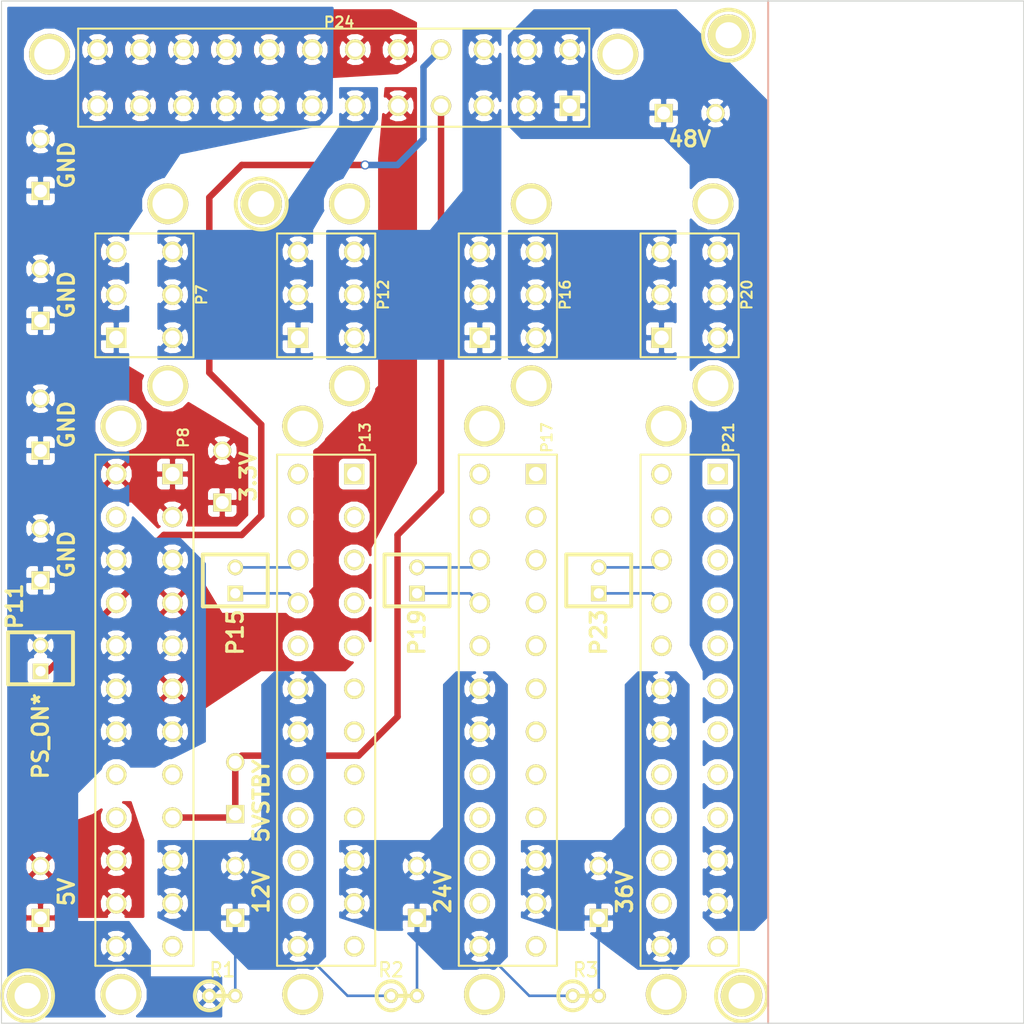
<source format=kicad_pcb>
(kicad_pcb (version 3) (host pcbnew "(2013-07-07 BZR 4022)-stable")
  (layers (15 F.Cu signal) (0 B.Cu signal) (18 B.Paste user) (19 F.Paste user) (20 B.SilkS user) (21 F.SilkS user) (22 B.Mask user) (23 F.Mask user) (28 Edge.Cuts user))
  (net 0 "")
  (net 1 12V)
  (net 2 12V_1)
  (net 3 24V)
  (net 4 24V_1)
  (net 5 3.3V)
  (net 6 36V)
  (net 7 36V_1)
  (net 8 48V)
  (net 9 5V)
  (net 10 5VSTBY)
  (net 11 5V_1)
  (net 12 GND)
  (net 13 N-0000013)
  (net 14 N-0000014)
  (net 15 N-0000015)
  (net 16 N-0000016)
  (net 17 N-0000017)
  (net 18 N-000002)
  (net 19 PS_ON*)
  (module R1 (layer F.Cu) (at 137.16 147.32)
    (fp_text reference R3 (at 0 -2.54) (layer F.SilkS) (effects (font (size 1.397 1.27) (thickness 0.2032))))
    (fp_text value 100K hide)
    (fp_line (start -1.27 0) (end 1.27 0) (layer F.SilkS) (width 0.381))
    (fp_circle (center -1.27 0) (end -0.635 1.27) (layer F.SilkS) (width 0.381))
    (pad 1 thru_hole circle (at -1.27 0) (size 1.397 1.397) (drill 0.8128) (layers *.Cu *.Mask F.SilkS) (net 4 24V_1))
    (pad 2 thru_hole circle (at 1.27 0) (size 1.397 1.397) (drill 0.8128) (layers *.Cu *.Mask F.SilkS) (net 7 36V_1))
  )
  (module R1 (layer F.Cu) (at 119.38 147.32)
    (fp_text reference R2 (at -1.27 -2.54) (layer F.SilkS) (effects (font (size 1.397 1.27) (thickness 0.2032))))
    (fp_text value 100K hide)
    (fp_line (start -1.27 0) (end 1.27 0) (layer F.SilkS) (width 0.381))
    (fp_circle (center -1.27 0) (end -0.635 1.27) (layer F.SilkS) (width 0.381))
    (pad 1 thru_hole circle (at -1.27 0) (size 1.397 1.397) (drill 0.8128) (layers *.Cu *.Mask F.SilkS) (net 2 12V_1))
    (pad 2 thru_hole circle (at 1.27 0) (size 1.397 1.397) (drill 0.8128) (layers *.Cu *.Mask F.SilkS) (net 4 24V_1))
  )
  (module R1 (layer F.Cu) (at 101.6 147.32)
    (fp_text reference R1 (at 0 -2.54) (layer F.SilkS) (effects (font (size 1.397 1.27) (thickness 0.2032))))
    (fp_text value 100K hide)
    (fp_line (start -1.27 0) (end 1.27 0) (layer F.SilkS) (width 0.381))
    (fp_circle (center -1.27 0) (end -0.635 1.27) (layer F.SilkS) (width 0.381))
    (pad 1 thru_hole circle (at -1.27 0) (size 1.397 1.397) (drill 0.8128) (layers *.Cu *.Mask F.SilkS) (net 12 GND))
    (pad 2 thru_hole circle (at 1.27 0) (size 1.397 1.397) (drill 0.8128) (layers *.Cu *.Mask F.SilkS) (net 2 12V_1))
  )
  (module 00_th2x3x4.2mm (layer F.Cu) (at 93.98 78.74 270)
    (fp_text reference P7 (at 0 -5.6007 270) (layer F.SilkS) (effects (font (size 1.016 1.016) (thickness 0.2032))))
    (fp_text value CONN2X3PCP6MB hide)
    (fp_line (start -5.99948 4.8006) (end 6.10108 4.8006) (layer F.SilkS) (width 0.20066))
    (fp_line (start -5.99948 -4.8006) (end 6.10108 -4.8006) (layer F.SilkS) (width 0.20066))
    (fp_line (start -5.99948 -4.8006) (end -5.99948 4.8006) (layer F.SilkS) (width 0.20066))
    (fp_line (start 6.10108 4.8006) (end 6.10108 -4.8006) (layer F.SilkS) (width 0.20066))
    (pad 1 thru_hole rect (at 4.20116 2.75082 270) (size 1.99898 1.99898) (drill 1.39954) (layers *.Cu *.Mask F.SilkS) (net 12 GND))
    (pad 2 thru_hole circle (at 0 2.75082 270) (size 1.99898 1.99898) (drill 1.39954) (layers *.Cu *.Mask F.SilkS) (net 12 GND))
    (pad 3 thru_hole circle (at -4.20116 2.75082 270) (size 1.99898 1.99898) (drill 1.39954) (layers *.Cu *.Mask F.SilkS) (net 12 GND))
    (pad 4 thru_hole circle (at 4.20116 -2.75082 270) (size 1.99898 1.99898) (drill 1.39954) (layers *.Cu *.Mask F.SilkS) (net 1 12V))
    (pad 5 thru_hole circle (at 0 -2.75082 270) (size 1.99898 1.99898) (drill 1.39954) (layers *.Cu *.Mask F.SilkS) (net 1 12V))
    (pad 6 thru_hole circle (at -4.20116 -2.75082 270) (size 1.99898 1.99898) (drill 1.39954) (layers *.Cu *.Mask F.SilkS) (net 1 12V))
    (pad "" thru_hole circle (at 8.90016 -2.29108 270) (size 4.0005 4.0005) (drill 2.99974) (layers *.Cu *.Mask F.SilkS))
    (pad "" thru_hole circle (at -8.90016 -2.29108 270) (size 4.0005 4.0005) (drill 2.99974) (layers *.Cu *.Mask F.SilkS))
  )
  (module 00_th2x3x4.2mm (layer F.Cu) (at 111.76 78.74 270)
    (fp_text reference P12 (at 0 -5.6007 270) (layer F.SilkS) (effects (font (size 1.016 1.016) (thickness 0.2032))))
    (fp_text value CONN2X3PCP6MB hide)
    (fp_line (start -5.99948 4.8006) (end 6.10108 4.8006) (layer F.SilkS) (width 0.20066))
    (fp_line (start -5.99948 -4.8006) (end 6.10108 -4.8006) (layer F.SilkS) (width 0.20066))
    (fp_line (start -5.99948 -4.8006) (end -5.99948 4.8006) (layer F.SilkS) (width 0.20066))
    (fp_line (start 6.10108 4.8006) (end 6.10108 -4.8006) (layer F.SilkS) (width 0.20066))
    (pad 1 thru_hole rect (at 4.20116 2.75082 270) (size 1.99898 1.99898) (drill 1.39954) (layers *.Cu *.Mask F.SilkS) (net 1 12V))
    (pad 2 thru_hole circle (at 0 2.75082 270) (size 1.99898 1.99898) (drill 1.39954) (layers *.Cu *.Mask F.SilkS) (net 1 12V))
    (pad 3 thru_hole circle (at -4.20116 2.75082 270) (size 1.99898 1.99898) (drill 1.39954) (layers *.Cu *.Mask F.SilkS) (net 1 12V))
    (pad 4 thru_hole circle (at 4.20116 -2.75082 270) (size 1.99898 1.99898) (drill 1.39954) (layers *.Cu *.Mask F.SilkS) (net 3 24V))
    (pad 5 thru_hole circle (at 0 -2.75082 270) (size 1.99898 1.99898) (drill 1.39954) (layers *.Cu *.Mask F.SilkS) (net 3 24V))
    (pad 6 thru_hole circle (at -4.20116 -2.75082 270) (size 1.99898 1.99898) (drill 1.39954) (layers *.Cu *.Mask F.SilkS) (net 3 24V))
    (pad "" thru_hole circle (at 8.90016 -2.29108 270) (size 4.0005 4.0005) (drill 2.99974) (layers *.Cu *.Mask F.SilkS))
    (pad "" thru_hole circle (at -8.90016 -2.29108 270) (size 4.0005 4.0005) (drill 2.99974) (layers *.Cu *.Mask F.SilkS))
  )
  (module 00_th2x3x4.2mm (layer F.Cu) (at 129.54 78.74 270)
    (fp_text reference P16 (at 0 -5.6007 270) (layer F.SilkS) (effects (font (size 1.016 1.016) (thickness 0.2032))))
    (fp_text value CONN2X3PCP6MB hide)
    (fp_line (start -5.99948 4.8006) (end 6.10108 4.8006) (layer F.SilkS) (width 0.20066))
    (fp_line (start -5.99948 -4.8006) (end 6.10108 -4.8006) (layer F.SilkS) (width 0.20066))
    (fp_line (start -5.99948 -4.8006) (end -5.99948 4.8006) (layer F.SilkS) (width 0.20066))
    (fp_line (start 6.10108 4.8006) (end 6.10108 -4.8006) (layer F.SilkS) (width 0.20066))
    (pad 1 thru_hole rect (at 4.20116 2.75082 270) (size 1.99898 1.99898) (drill 1.39954) (layers *.Cu *.Mask F.SilkS) (net 3 24V))
    (pad 2 thru_hole circle (at 0 2.75082 270) (size 1.99898 1.99898) (drill 1.39954) (layers *.Cu *.Mask F.SilkS) (net 3 24V))
    (pad 3 thru_hole circle (at -4.20116 2.75082 270) (size 1.99898 1.99898) (drill 1.39954) (layers *.Cu *.Mask F.SilkS) (net 3 24V))
    (pad 4 thru_hole circle (at 4.20116 -2.75082 270) (size 1.99898 1.99898) (drill 1.39954) (layers *.Cu *.Mask F.SilkS) (net 6 36V))
    (pad 5 thru_hole circle (at 0 -2.75082 270) (size 1.99898 1.99898) (drill 1.39954) (layers *.Cu *.Mask F.SilkS) (net 6 36V))
    (pad 6 thru_hole circle (at -4.20116 -2.75082 270) (size 1.99898 1.99898) (drill 1.39954) (layers *.Cu *.Mask F.SilkS) (net 6 36V))
    (pad "" thru_hole circle (at 8.90016 -2.29108 270) (size 4.0005 4.0005) (drill 2.99974) (layers *.Cu *.Mask F.SilkS))
    (pad "" thru_hole circle (at -8.90016 -2.29108 270) (size 4.0005 4.0005) (drill 2.99974) (layers *.Cu *.Mask F.SilkS))
  )
  (module 00_th2x3x4.2mm (layer F.Cu) (at 147.32 78.74 270)
    (fp_text reference P20 (at 0 -5.6007 270) (layer F.SilkS) (effects (font (size 1.016 1.016) (thickness 0.2032))))
    (fp_text value CONN2X3PCP6MB hide)
    (fp_line (start -5.99948 4.8006) (end 6.10108 4.8006) (layer F.SilkS) (width 0.20066))
    (fp_line (start -5.99948 -4.8006) (end 6.10108 -4.8006) (layer F.SilkS) (width 0.20066))
    (fp_line (start -5.99948 -4.8006) (end -5.99948 4.8006) (layer F.SilkS) (width 0.20066))
    (fp_line (start 6.10108 4.8006) (end 6.10108 -4.8006) (layer F.SilkS) (width 0.20066))
    (pad 1 thru_hole rect (at 4.20116 2.75082 270) (size 1.99898 1.99898) (drill 1.39954) (layers *.Cu *.Mask F.SilkS) (net 6 36V))
    (pad 2 thru_hole circle (at 0 2.75082 270) (size 1.99898 1.99898) (drill 1.39954) (layers *.Cu *.Mask F.SilkS) (net 6 36V))
    (pad 3 thru_hole circle (at -4.20116 2.75082 270) (size 1.99898 1.99898) (drill 1.39954) (layers *.Cu *.Mask F.SilkS) (net 6 36V))
    (pad 4 thru_hole circle (at 4.20116 -2.75082 270) (size 1.99898 1.99898) (drill 1.39954) (layers *.Cu *.Mask F.SilkS) (net 8 48V))
    (pad 5 thru_hole circle (at 0 -2.75082 270) (size 1.99898 1.99898) (drill 1.39954) (layers *.Cu *.Mask F.SilkS) (net 8 48V))
    (pad 6 thru_hole circle (at -4.20116 -2.75082 270) (size 1.99898 1.99898) (drill 1.39954) (layers *.Cu *.Mask F.SilkS) (net 8 48V))
    (pad "" thru_hole circle (at 8.90016 -2.29108 270) (size 4.0005 4.0005) (drill 2.99974) (layers *.Cu *.Mask F.SilkS))
    (pad "" thru_hole circle (at -8.90016 -2.29108 270) (size 4.0005 4.0005) (drill 2.99974) (layers *.Cu *.Mask F.SilkS))
  )
  (module 00_th2x12x4.2mm (layer F.Cu) (at 93.98 119.38 90)
    (fp_text reference P8 (at 26.67 3.81 90) (layer F.SilkS) (effects (font (size 1.016 1.016) (thickness 0.2032))))
    (fp_text value CONN2X12PCPWR hide)
    (fp_line (start -25.00122 4.8006) (end 25.00122 4.8006) (layer F.SilkS) (width 0.20066))
    (fp_line (start -25.00122 -4.8006) (end 25.00122 -4.8006) (layer F.SilkS) (width 0.20066))
    (fp_line (start -25.00122 -4.8006) (end -25.00122 4.8006) (layer F.SilkS) (width 0.20066))
    (fp_line (start 25.00122 4.8006) (end 25.00122 -4.8006) (layer F.SilkS) (width 0.20066))
    (pad 1 thru_hole rect (at 23.09876 2.75082 90) (size 1.99898 1.99898) (drill 1.39954) (layers *.Cu *.Mask F.SilkS) (net 5 3.3V))
    (pad 2 thru_hole circle (at 18.90014 2.75082 90) (size 1.99898 1.99898) (drill 1.39954) (layers *.Cu *.Mask F.SilkS) (net 5 3.3V))
    (pad 3 thru_hole circle (at 14.69898 2.75082 90) (size 1.99898 1.99898) (drill 1.39954) (layers *.Cu *.Mask F.SilkS) (net 12 GND))
    (pad 4 thru_hole circle (at 10.50036 2.75082 90) (size 1.99898 1.99898) (drill 1.39954) (layers *.Cu *.Mask F.SilkS) (net 11 5V_1))
    (pad 5 thru_hole circle (at 6.2992 2.75082 90) (size 1.99898 1.99898) (drill 1.39954) (layers *.Cu *.Mask F.SilkS) (net 12 GND))
    (pad 6 thru_hole circle (at 2.10058 2.75082 90) (size 1.99898 1.99898) (drill 1.39954) (layers *.Cu *.Mask F.SilkS) (net 11 5V_1))
    (pad 7 thru_hole circle (at -2.10058 2.75082 90) (size 1.99898 1.99898) (drill 1.39954) (layers *.Cu *.Mask F.SilkS) (net 12 GND))
    (pad 8 thru_hole circle (at -6.2992 2.75082 90) (size 1.99898 1.99898) (drill 1.39954) (layers *.Cu *.Mask F.SilkS))
    (pad 9 thru_hole circle (at -10.50036 2.75082 90) (size 1.99898 1.99898) (drill 1.39954) (layers *.Cu *.Mask F.SilkS) (net 10 5VSTBY))
    (pad 10 thru_hole circle (at -14.69898 2.75082 90) (size 1.99898 1.99898) (drill 1.39954) (layers *.Cu *.Mask F.SilkS) (net 2 12V_1))
    (pad 11 thru_hole circle (at -18.90014 2.75082 90) (size 1.99898 1.99898) (drill 1.39954) (layers *.Cu *.Mask F.SilkS) (net 2 12V_1))
    (pad 12 thru_hole circle (at -23.09876 2.75082 90) (size 1.99898 1.99898) (drill 1.39954) (layers *.Cu *.Mask F.SilkS))
    (pad 13 thru_hole circle (at 23.09876 -2.75082 90) (size 1.99898 1.99898) (drill 1.39954) (layers *.Cu *.Mask F.SilkS) (net 5 3.3V))
    (pad 14 thru_hole circle (at 18.90014 -2.75082 90) (size 1.99898 1.99898) (drill 1.39954) (layers *.Cu *.Mask F.SilkS))
    (pad 15 thru_hole circle (at 14.69898 -2.75082 90) (size 1.99898 1.99898) (drill 1.39954) (layers *.Cu *.Mask F.SilkS) (net 12 GND))
    (pad 16 thru_hole circle (at 10.50036 -2.75082 90) (size 1.99898 1.99898) (drill 1.39954) (layers *.Cu *.Mask F.SilkS) (net 19 PS_ON*))
    (pad 17 thru_hole circle (at 6.2992 -2.75082 90) (size 1.99898 1.99898) (drill 1.39954) (layers *.Cu *.Mask F.SilkS) (net 12 GND))
    (pad 18 thru_hole circle (at 2.10058 -2.75082 90) (size 1.99898 1.99898) (drill 1.39954) (layers *.Cu *.Mask F.SilkS) (net 12 GND))
    (pad 19 thru_hole circle (at -2.10058 -2.75082 90) (size 1.99898 1.99898) (drill 1.39954) (layers *.Cu *.Mask F.SilkS) (net 12 GND))
    (pad 20 thru_hole circle (at -6.2992 -2.75082 90) (size 1.99898 1.99898) (drill 1.39954) (layers *.Cu *.Mask F.SilkS))
    (pad "" thru_hole circle (at 27.8003 -2.29108 90) (size 4.0005 4.0005) (drill 2.99974) (layers *.Cu *.Mask F.SilkS))
    (pad "" thru_hole circle (at -27.8003 -2.29108 90) (size 4.0005 4.0005) (drill 2.99974) (layers *.Cu *.Mask F.SilkS))
    (pad 21 thru_hole circle (at -10.50036 -2.75082 90) (size 1.99898 1.99898) (drill 1.39954) (layers *.Cu *.Mask F.SilkS))
    (pad 22 thru_hole circle (at -14.69898 -2.75082 90) (size 1.99898 1.99898) (drill 1.39954) (layers *.Cu *.Mask F.SilkS) (net 9 5V))
    (pad 23 thru_hole circle (at -18.90014 -2.75082 90) (size 1.99898 1.99898) (drill 1.39954) (layers *.Cu *.Mask F.SilkS) (net 9 5V))
    (pad 24 thru_hole circle (at -23.09876 -2.75082 90) (size 1.99898 1.99898) (drill 1.39954) (layers *.Cu *.Mask F.SilkS) (net 12 GND))
  )
  (module 00_th2x12x4.2mm (layer F.Cu) (at 112.5 57.5)
    (fp_text reference P24 (at 0.53 -5.43) (layer F.SilkS) (effects (font (size 1.016 1.016) (thickness 0.2032))))
    (fp_text value CONN2X12 hide)
    (fp_line (start -25.00122 4.8006) (end 25.00122 4.8006) (layer F.SilkS) (width 0.20066))
    (fp_line (start -25.00122 -4.8006) (end 25.00122 -4.8006) (layer F.SilkS) (width 0.20066))
    (fp_line (start -25.00122 -4.8006) (end -25.00122 4.8006) (layer F.SilkS) (width 0.20066))
    (fp_line (start 25.00122 4.8006) (end 25.00122 -4.8006) (layer F.SilkS) (width 0.20066))
    (pad 1 thru_hole rect (at 23.09876 2.75082) (size 1.99898 1.99898) (drill 1.39954) (layers *.Cu *.Mask F.SilkS) (net 8 48V))
    (pad 2 thru_hole circle (at 18.90014 2.75082) (size 1.99898 1.99898) (drill 1.39954) (layers *.Cu *.Mask F.SilkS) (net 8 48V))
    (pad 3 thru_hole circle (at 14.69898 2.75082) (size 1.99898 1.99898) (drill 1.39954) (layers *.Cu *.Mask F.SilkS) (net 3 24V))
    (pad 4 thru_hole circle (at 10.50036 2.75082) (size 1.99898 1.99898) (drill 1.39954) (layers *.Cu *.Mask F.SilkS) (net 10 5VSTBY))
    (pad 5 thru_hole circle (at 6.2992 2.75082) (size 1.99898 1.99898) (drill 1.39954) (layers *.Cu *.Mask F.SilkS) (net 11 5V_1))
    (pad 6 thru_hole circle (at 2.10058 2.75082) (size 1.99898 1.99898) (drill 1.39954) (layers *.Cu *.Mask F.SilkS) (net 1 12V))
    (pad 7 thru_hole circle (at -2.10058 2.75082) (size 1.99898 1.99898) (drill 1.39954) (layers *.Cu *.Mask F.SilkS) (net 12 GND))
    (pad 8 thru_hole circle (at -6.2992 2.75082) (size 1.99898 1.99898) (drill 1.39954) (layers *.Cu *.Mask F.SilkS) (net 12 GND))
    (pad 9 thru_hole circle (at -10.50036 2.75082) (size 1.99898 1.99898) (drill 1.39954) (layers *.Cu *.Mask F.SilkS) (net 12 GND))
    (pad 10 thru_hole circle (at -14.69898 2.75082) (size 1.99898 1.99898) (drill 1.39954) (layers *.Cu *.Mask F.SilkS) (net 12 GND))
    (pad 11 thru_hole circle (at -18.90014 2.75082) (size 1.99898 1.99898) (drill 1.39954) (layers *.Cu *.Mask F.SilkS) (net 12 GND))
    (pad 12 thru_hole circle (at -23.09876 2.75082) (size 1.99898 1.99898) (drill 1.39954) (layers *.Cu *.Mask F.SilkS) (net 12 GND))
    (pad 13 thru_hole circle (at 23.09876 -2.75082) (size 1.99898 1.99898) (drill 1.39954) (layers *.Cu *.Mask F.SilkS) (net 8 48V))
    (pad 14 thru_hole circle (at 18.90014 -2.75082) (size 1.99898 1.99898) (drill 1.39954) (layers *.Cu *.Mask F.SilkS) (net 8 48V))
    (pad 15 thru_hole circle (at 14.69898 -2.75082) (size 1.99898 1.99898) (drill 1.39954) (layers *.Cu *.Mask F.SilkS) (net 3 24V))
    (pad 16 thru_hole circle (at 10.50036 -2.75082) (size 1.99898 1.99898) (drill 1.39954) (layers *.Cu *.Mask F.SilkS) (net 19 PS_ON*))
    (pad 17 thru_hole circle (at 6.2992 -2.75082) (size 1.99898 1.99898) (drill 1.39954) (layers *.Cu *.Mask F.SilkS) (net 5 3.3V))
    (pad 18 thru_hole circle (at 2.10058 -2.75082) (size 1.99898 1.99898) (drill 1.39954) (layers *.Cu *.Mask F.SilkS) (net 5 3.3V))
    (pad 19 thru_hole circle (at -2.10058 -2.75082) (size 1.99898 1.99898) (drill 1.39954) (layers *.Cu *.Mask F.SilkS) (net 12 GND))
    (pad 20 thru_hole circle (at -6.2992 -2.75082) (size 1.99898 1.99898) (drill 1.39954) (layers *.Cu *.Mask F.SilkS) (net 12 GND))
    (pad "" thru_hole circle (at 27.8003 -2.29108) (size 4.0005 4.0005) (drill 2.99974) (layers *.Cu *.Mask F.SilkS))
    (pad "" thru_hole circle (at -27.8003 -2.29108) (size 4.0005 4.0005) (drill 2.99974) (layers *.Cu *.Mask F.SilkS))
    (pad 21 thru_hole circle (at -10.50036 -2.75082) (size 1.99898 1.99898) (drill 1.39954) (layers *.Cu *.Mask F.SilkS) (net 12 GND))
    (pad 22 thru_hole circle (at -14.69898 -2.75082) (size 1.99898 1.99898) (drill 1.39954) (layers *.Cu *.Mask F.SilkS) (net 12 GND))
    (pad 23 thru_hole circle (at -18.90014 -2.75082) (size 1.99898 1.99898) (drill 1.39954) (layers *.Cu *.Mask F.SilkS) (net 12 GND))
    (pad 24 thru_hole circle (at -23.09876 -2.75082) (size 1.99898 1.99898) (drill 1.39954) (layers *.Cu *.Mask F.SilkS) (net 12 GND))
  )
  (module 00_th2x12x4.2mm (layer F.Cu) (at 111.76 119.38 90)
    (fp_text reference P13 (at 26.67 3.81 90) (layer F.SilkS) (effects (font (size 1.016 1.016) (thickness 0.2032))))
    (fp_text value CONN2X12PCPWR hide)
    (fp_line (start -25.00122 4.8006) (end 25.00122 4.8006) (layer F.SilkS) (width 0.20066))
    (fp_line (start -25.00122 -4.8006) (end 25.00122 -4.8006) (layer F.SilkS) (width 0.20066))
    (fp_line (start -25.00122 -4.8006) (end -25.00122 4.8006) (layer F.SilkS) (width 0.20066))
    (fp_line (start 25.00122 4.8006) (end 25.00122 -4.8006) (layer F.SilkS) (width 0.20066))
    (pad 1 thru_hole rect (at 23.09876 2.75082 90) (size 1.99898 1.99898) (drill 1.39954) (layers *.Cu *.Mask F.SilkS))
    (pad 2 thru_hole circle (at 18.90014 2.75082 90) (size 1.99898 1.99898) (drill 1.39954) (layers *.Cu *.Mask F.SilkS))
    (pad 3 thru_hole circle (at 14.69898 2.75082 90) (size 1.99898 1.99898) (drill 1.39954) (layers *.Cu *.Mask F.SilkS))
    (pad 4 thru_hole circle (at 10.50036 2.75082 90) (size 1.99898 1.99898) (drill 1.39954) (layers *.Cu *.Mask F.SilkS))
    (pad 5 thru_hole circle (at 6.2992 2.75082 90) (size 1.99898 1.99898) (drill 1.39954) (layers *.Cu *.Mask F.SilkS))
    (pad 6 thru_hole circle (at 2.10058 2.75082 90) (size 1.99898 1.99898) (drill 1.39954) (layers *.Cu *.Mask F.SilkS))
    (pad 7 thru_hole circle (at -2.10058 2.75082 90) (size 1.99898 1.99898) (drill 1.39954) (layers *.Cu *.Mask F.SilkS))
    (pad 8 thru_hole circle (at -6.2992 2.75082 90) (size 1.99898 1.99898) (drill 1.39954) (layers *.Cu *.Mask F.SilkS))
    (pad 9 thru_hole circle (at -10.50036 2.75082 90) (size 1.99898 1.99898) (drill 1.39954) (layers *.Cu *.Mask F.SilkS))
    (pad 10 thru_hole circle (at -14.69898 2.75082 90) (size 1.99898 1.99898) (drill 1.39954) (layers *.Cu *.Mask F.SilkS) (net 4 24V_1))
    (pad 11 thru_hole circle (at -18.90014 2.75082 90) (size 1.99898 1.99898) (drill 1.39954) (layers *.Cu *.Mask F.SilkS) (net 4 24V_1))
    (pad 12 thru_hole circle (at -23.09876 2.75082 90) (size 1.99898 1.99898) (drill 1.39954) (layers *.Cu *.Mask F.SilkS))
    (pad 13 thru_hole circle (at 23.09876 -2.75082 90) (size 1.99898 1.99898) (drill 1.39954) (layers *.Cu *.Mask F.SilkS))
    (pad 14 thru_hole circle (at 18.90014 -2.75082 90) (size 1.99898 1.99898) (drill 1.39954) (layers *.Cu *.Mask F.SilkS))
    (pad 15 thru_hole circle (at 14.69898 -2.75082 90) (size 1.99898 1.99898) (drill 1.39954) (layers *.Cu *.Mask F.SilkS) (net 17 N-0000017))
    (pad 16 thru_hole circle (at 10.50036 -2.75082 90) (size 1.99898 1.99898) (drill 1.39954) (layers *.Cu *.Mask F.SilkS) (net 13 N-0000013))
    (pad 17 thru_hole circle (at 6.2992 -2.75082 90) (size 1.99898 1.99898) (drill 1.39954) (layers *.Cu *.Mask F.SilkS))
    (pad 18 thru_hole circle (at 2.10058 -2.75082 90) (size 1.99898 1.99898) (drill 1.39954) (layers *.Cu *.Mask F.SilkS) (net 2 12V_1))
    (pad 19 thru_hole circle (at -2.10058 -2.75082 90) (size 1.99898 1.99898) (drill 1.39954) (layers *.Cu *.Mask F.SilkS) (net 2 12V_1))
    (pad 20 thru_hole circle (at -6.2992 -2.75082 90) (size 1.99898 1.99898) (drill 1.39954) (layers *.Cu *.Mask F.SilkS))
    (pad "" thru_hole circle (at 27.8003 -2.29108 90) (size 4.0005 4.0005) (drill 2.99974) (layers *.Cu *.Mask F.SilkS))
    (pad "" thru_hole circle (at -27.8003 -2.29108 90) (size 4.0005 4.0005) (drill 2.99974) (layers *.Cu *.Mask F.SilkS))
    (pad 21 thru_hole circle (at -10.50036 -2.75082 90) (size 1.99898 1.99898) (drill 1.39954) (layers *.Cu *.Mask F.SilkS))
    (pad 22 thru_hole circle (at -14.69898 -2.75082 90) (size 1.99898 1.99898) (drill 1.39954) (layers *.Cu *.Mask F.SilkS))
    (pad 23 thru_hole circle (at -18.90014 -2.75082 90) (size 1.99898 1.99898) (drill 1.39954) (layers *.Cu *.Mask F.SilkS))
    (pad 24 thru_hole circle (at -23.09876 -2.75082 90) (size 1.99898 1.99898) (drill 1.39954) (layers *.Cu *.Mask F.SilkS) (net 2 12V_1))
  )
  (module 00_th2x12x4.2mm (layer F.Cu) (at 129.54 119.38 90)
    (fp_text reference P17 (at 26.67 3.81 90) (layer F.SilkS) (effects (font (size 1.016 1.016) (thickness 0.2032))))
    (fp_text value CONN2X12PCPWR hide)
    (fp_line (start -25.00122 4.8006) (end 25.00122 4.8006) (layer F.SilkS) (width 0.20066))
    (fp_line (start -25.00122 -4.8006) (end 25.00122 -4.8006) (layer F.SilkS) (width 0.20066))
    (fp_line (start -25.00122 -4.8006) (end -25.00122 4.8006) (layer F.SilkS) (width 0.20066))
    (fp_line (start 25.00122 4.8006) (end 25.00122 -4.8006) (layer F.SilkS) (width 0.20066))
    (pad 1 thru_hole rect (at 23.09876 2.75082 90) (size 1.99898 1.99898) (drill 1.39954) (layers *.Cu *.Mask F.SilkS))
    (pad 2 thru_hole circle (at 18.90014 2.75082 90) (size 1.99898 1.99898) (drill 1.39954) (layers *.Cu *.Mask F.SilkS))
    (pad 3 thru_hole circle (at 14.69898 2.75082 90) (size 1.99898 1.99898) (drill 1.39954) (layers *.Cu *.Mask F.SilkS))
    (pad 4 thru_hole circle (at 10.50036 2.75082 90) (size 1.99898 1.99898) (drill 1.39954) (layers *.Cu *.Mask F.SilkS))
    (pad 5 thru_hole circle (at 6.2992 2.75082 90) (size 1.99898 1.99898) (drill 1.39954) (layers *.Cu *.Mask F.SilkS))
    (pad 6 thru_hole circle (at 2.10058 2.75082 90) (size 1.99898 1.99898) (drill 1.39954) (layers *.Cu *.Mask F.SilkS))
    (pad 7 thru_hole circle (at -2.10058 2.75082 90) (size 1.99898 1.99898) (drill 1.39954) (layers *.Cu *.Mask F.SilkS))
    (pad 8 thru_hole circle (at -6.2992 2.75082 90) (size 1.99898 1.99898) (drill 1.39954) (layers *.Cu *.Mask F.SilkS))
    (pad 9 thru_hole circle (at -10.50036 2.75082 90) (size 1.99898 1.99898) (drill 1.39954) (layers *.Cu *.Mask F.SilkS))
    (pad 10 thru_hole circle (at -14.69898 2.75082 90) (size 1.99898 1.99898) (drill 1.39954) (layers *.Cu *.Mask F.SilkS) (net 7 36V_1))
    (pad 11 thru_hole circle (at -18.90014 2.75082 90) (size 1.99898 1.99898) (drill 1.39954) (layers *.Cu *.Mask F.SilkS) (net 7 36V_1))
    (pad 12 thru_hole circle (at -23.09876 2.75082 90) (size 1.99898 1.99898) (drill 1.39954) (layers *.Cu *.Mask F.SilkS))
    (pad 13 thru_hole circle (at 23.09876 -2.75082 90) (size 1.99898 1.99898) (drill 1.39954) (layers *.Cu *.Mask F.SilkS))
    (pad 14 thru_hole circle (at 18.90014 -2.75082 90) (size 1.99898 1.99898) (drill 1.39954) (layers *.Cu *.Mask F.SilkS))
    (pad 15 thru_hole circle (at 14.69898 -2.75082 90) (size 1.99898 1.99898) (drill 1.39954) (layers *.Cu *.Mask F.SilkS) (net 16 N-0000016))
    (pad 16 thru_hole circle (at 10.50036 -2.75082 90) (size 1.99898 1.99898) (drill 1.39954) (layers *.Cu *.Mask F.SilkS) (net 14 N-0000014))
    (pad 17 thru_hole circle (at 6.2992 -2.75082 90) (size 1.99898 1.99898) (drill 1.39954) (layers *.Cu *.Mask F.SilkS))
    (pad 18 thru_hole circle (at 2.10058 -2.75082 90) (size 1.99898 1.99898) (drill 1.39954) (layers *.Cu *.Mask F.SilkS) (net 4 24V_1))
    (pad 19 thru_hole circle (at -2.10058 -2.75082 90) (size 1.99898 1.99898) (drill 1.39954) (layers *.Cu *.Mask F.SilkS) (net 4 24V_1))
    (pad 20 thru_hole circle (at -6.2992 -2.75082 90) (size 1.99898 1.99898) (drill 1.39954) (layers *.Cu *.Mask F.SilkS))
    (pad "" thru_hole circle (at 27.8003 -2.29108 90) (size 4.0005 4.0005) (drill 2.99974) (layers *.Cu *.Mask F.SilkS))
    (pad "" thru_hole circle (at -27.8003 -2.29108 90) (size 4.0005 4.0005) (drill 2.99974) (layers *.Cu *.Mask F.SilkS))
    (pad 21 thru_hole circle (at -10.50036 -2.75082 90) (size 1.99898 1.99898) (drill 1.39954) (layers *.Cu *.Mask F.SilkS))
    (pad 22 thru_hole circle (at -14.69898 -2.75082 90) (size 1.99898 1.99898) (drill 1.39954) (layers *.Cu *.Mask F.SilkS))
    (pad 23 thru_hole circle (at -18.90014 -2.75082 90) (size 1.99898 1.99898) (drill 1.39954) (layers *.Cu *.Mask F.SilkS))
    (pad 24 thru_hole circle (at -23.09876 -2.75082 90) (size 1.99898 1.99898) (drill 1.39954) (layers *.Cu *.Mask F.SilkS) (net 4 24V_1))
  )
  (module 00_th2x12x4.2mm (layer F.Cu) (at 147.32 119.38 90)
    (fp_text reference P21 (at 26.67 3.81 90) (layer F.SilkS) (effects (font (size 1.016 1.016) (thickness 0.2032))))
    (fp_text value CONN2X12PCPWR hide)
    (fp_line (start -25.00122 4.8006) (end 25.00122 4.8006) (layer F.SilkS) (width 0.20066))
    (fp_line (start -25.00122 -4.8006) (end 25.00122 -4.8006) (layer F.SilkS) (width 0.20066))
    (fp_line (start -25.00122 -4.8006) (end -25.00122 4.8006) (layer F.SilkS) (width 0.20066))
    (fp_line (start 25.00122 4.8006) (end 25.00122 -4.8006) (layer F.SilkS) (width 0.20066))
    (pad 1 thru_hole rect (at 23.09876 2.75082 90) (size 1.99898 1.99898) (drill 1.39954) (layers *.Cu *.Mask F.SilkS))
    (pad 2 thru_hole circle (at 18.90014 2.75082 90) (size 1.99898 1.99898) (drill 1.39954) (layers *.Cu *.Mask F.SilkS))
    (pad 3 thru_hole circle (at 14.69898 2.75082 90) (size 1.99898 1.99898) (drill 1.39954) (layers *.Cu *.Mask F.SilkS))
    (pad 4 thru_hole circle (at 10.50036 2.75082 90) (size 1.99898 1.99898) (drill 1.39954) (layers *.Cu *.Mask F.SilkS))
    (pad 5 thru_hole circle (at 6.2992 2.75082 90) (size 1.99898 1.99898) (drill 1.39954) (layers *.Cu *.Mask F.SilkS))
    (pad 6 thru_hole circle (at 2.10058 2.75082 90) (size 1.99898 1.99898) (drill 1.39954) (layers *.Cu *.Mask F.SilkS))
    (pad 7 thru_hole circle (at -2.10058 2.75082 90) (size 1.99898 1.99898) (drill 1.39954) (layers *.Cu *.Mask F.SilkS))
    (pad 8 thru_hole circle (at -6.2992 2.75082 90) (size 1.99898 1.99898) (drill 1.39954) (layers *.Cu *.Mask F.SilkS))
    (pad 9 thru_hole circle (at -10.50036 2.75082 90) (size 1.99898 1.99898) (drill 1.39954) (layers *.Cu *.Mask F.SilkS))
    (pad 10 thru_hole circle (at -14.69898 2.75082 90) (size 1.99898 1.99898) (drill 1.39954) (layers *.Cu *.Mask F.SilkS) (net 8 48V))
    (pad 11 thru_hole circle (at -18.90014 2.75082 90) (size 1.99898 1.99898) (drill 1.39954) (layers *.Cu *.Mask F.SilkS) (net 8 48V))
    (pad 12 thru_hole circle (at -23.09876 2.75082 90) (size 1.99898 1.99898) (drill 1.39954) (layers *.Cu *.Mask F.SilkS))
    (pad 13 thru_hole circle (at 23.09876 -2.75082 90) (size 1.99898 1.99898) (drill 1.39954) (layers *.Cu *.Mask F.SilkS))
    (pad 14 thru_hole circle (at 18.90014 -2.75082 90) (size 1.99898 1.99898) (drill 1.39954) (layers *.Cu *.Mask F.SilkS))
    (pad 15 thru_hole circle (at 14.69898 -2.75082 90) (size 1.99898 1.99898) (drill 1.39954) (layers *.Cu *.Mask F.SilkS) (net 18 N-000002))
    (pad 16 thru_hole circle (at 10.50036 -2.75082 90) (size 1.99898 1.99898) (drill 1.39954) (layers *.Cu *.Mask F.SilkS) (net 15 N-0000015))
    (pad 17 thru_hole circle (at 6.2992 -2.75082 90) (size 1.99898 1.99898) (drill 1.39954) (layers *.Cu *.Mask F.SilkS))
    (pad 18 thru_hole circle (at 2.10058 -2.75082 90) (size 1.99898 1.99898) (drill 1.39954) (layers *.Cu *.Mask F.SilkS) (net 7 36V_1))
    (pad 19 thru_hole circle (at -2.10058 -2.75082 90) (size 1.99898 1.99898) (drill 1.39954) (layers *.Cu *.Mask F.SilkS) (net 7 36V_1))
    (pad 20 thru_hole circle (at -6.2992 -2.75082 90) (size 1.99898 1.99898) (drill 1.39954) (layers *.Cu *.Mask F.SilkS))
    (pad "" thru_hole circle (at 27.8003 -2.29108 90) (size 4.0005 4.0005) (drill 2.99974) (layers *.Cu *.Mask F.SilkS))
    (pad "" thru_hole circle (at -27.8003 -2.29108 90) (size 4.0005 4.0005) (drill 2.99974) (layers *.Cu *.Mask F.SilkS))
    (pad 21 thru_hole circle (at -10.50036 -2.75082 90) (size 1.99898 1.99898) (drill 1.39954) (layers *.Cu *.Mask F.SilkS))
    (pad 22 thru_hole circle (at -14.69898 -2.75082 90) (size 1.99898 1.99898) (drill 1.39954) (layers *.Cu *.Mask F.SilkS))
    (pad 23 thru_hole circle (at -18.90014 -2.75082 90) (size 1.99898 1.99898) (drill 1.39954) (layers *.Cu *.Mask F.SilkS))
    (pad 24 thru_hole circle (at -23.09876 -2.75082 90) (size 1.99898 1.99898) (drill 1.39954) (layers *.Cu *.Mask F.SilkS) (net 7 36V_1))
  )
  (module 00_th1x2x200 (layer F.Cu) (at 83.82 137.16 90)
    (fp_text reference P6 hide)
    (fp_text value SPADE_187 hide)
    (pad 1 thru_hole rect (at -2.54 0 90) (size 1.778 1.778) (drill 1.27) (layers *.Cu *.Mask F.SilkS) (net 9 5V))
    (pad 2 thru_hole circle (at 2.54 0 90) (size 1.778 1.778) (drill 1.27) (layers *.Cu *.Mask F.SilkS) (net 9 5V))
  )
  (module 00_th1x2x200 (layer F.Cu) (at 147.32 60.96)
    (fp_text reference P22 hide)
    (fp_text value SPADE_187 hide)
    (pad 1 thru_hole rect (at -2.54 0) (size 1.778 1.778) (drill 1.27) (layers *.Cu *.Mask F.SilkS) (net 8 48V))
    (pad 2 thru_hole circle (at 2.54 0) (size 1.778 1.778) (drill 1.27) (layers *.Cu *.Mask F.SilkS) (net 8 48V))
  )
  (module 00_th1x2x200 (layer F.Cu) (at 138.43 137.16 90)
    (fp_text reference P18 hide)
    (fp_text value SPADE_187 hide)
    (pad 1 thru_hole rect (at -2.54 0 90) (size 1.778 1.778) (drill 1.27) (layers *.Cu *.Mask F.SilkS) (net 7 36V_1))
    (pad 2 thru_hole circle (at 2.54 0 90) (size 1.778 1.778) (drill 1.27) (layers *.Cu *.Mask F.SilkS) (net 7 36V_1))
  )
  (module 00_th1x2x200 (layer F.Cu) (at 102.87 127 90)
    (fp_text reference P5 hide)
    (fp_text value SPADE_187 hide)
    (pad 1 thru_hole rect (at -2.54 0 90) (size 1.778 1.778) (drill 1.27) (layers *.Cu *.Mask F.SilkS) (net 10 5VSTBY))
    (pad 2 thru_hole circle (at 2.54 0 90) (size 1.778 1.778) (drill 1.27) (layers *.Cu *.Mask F.SilkS) (net 10 5VSTBY))
  )
  (module 00_th1x2x200 (layer F.Cu) (at 101.6 96.52 90)
    (fp_text reference P10 hide)
    (fp_text value SPADE_187 hide)
    (pad 1 thru_hole rect (at -2.54 0 90) (size 1.778 1.778) (drill 1.27) (layers *.Cu *.Mask F.SilkS) (net 5 3.3V))
    (pad 2 thru_hole circle (at 2.54 0 90) (size 1.778 1.778) (drill 1.27) (layers *.Cu *.Mask F.SilkS) (net 5 3.3V))
  )
  (module 00_th1x2x200 (layer F.Cu) (at 83.82 91.44 90)
    (fp_text reference P1 hide)
    (fp_text value SPADE_187 hide)
    (pad 1 thru_hole rect (at -2.54 0 90) (size 1.778 1.778) (drill 1.27) (layers *.Cu *.Mask F.SilkS) (net 12 GND))
    (pad 2 thru_hole circle (at 2.54 0 90) (size 1.778 1.778) (drill 1.27) (layers *.Cu *.Mask F.SilkS) (net 12 GND))
  )
  (module 00_th1x2x200 (layer F.Cu) (at 83.82 66.04 90)
    (fp_text reference P4 hide)
    (fp_text value SPADE_187 hide)
    (pad 1 thru_hole rect (at -2.54 0 90) (size 1.778 1.778) (drill 1.27) (layers *.Cu *.Mask F.SilkS) (net 12 GND))
    (pad 2 thru_hole circle (at 2.54 0 90) (size 1.778 1.778) (drill 1.27) (layers *.Cu *.Mask F.SilkS) (net 12 GND))
  )
  (module 00_th1x2x200 (layer F.Cu) (at 83.82 104.14 90)
    (fp_text reference P3 hide)
    (fp_text value SPADE_187 hide)
    (pad 1 thru_hole rect (at -2.54 0 90) (size 1.778 1.778) (drill 1.27) (layers *.Cu *.Mask F.SilkS) (net 12 GND))
    (pad 2 thru_hole circle (at 2.54 0 90) (size 1.778 1.778) (drill 1.27) (layers *.Cu *.Mask F.SilkS) (net 12 GND))
  )
  (module 00_th1x2x200 (layer F.Cu) (at 83.82 78.74 90)
    (fp_text reference P2 hide)
    (fp_text value SPADE_187 hide)
    (pad 1 thru_hole rect (at -2.54 0 90) (size 1.778 1.778) (drill 1.27) (layers *.Cu *.Mask F.SilkS) (net 12 GND))
    (pad 2 thru_hole circle (at 2.54 0 90) (size 1.778 1.778) (drill 1.27) (layers *.Cu *.Mask F.SilkS) (net 12 GND))
  )
  (module 00_th1x2x200 (layer F.Cu) (at 102.87 137.16 90)
    (fp_text reference P9 hide)
    (fp_text value SPADE_187 hide)
    (pad 1 thru_hole rect (at -2.54 0 90) (size 1.778 1.778) (drill 1.27) (layers *.Cu *.Mask F.SilkS) (net 2 12V_1))
    (pad 2 thru_hole circle (at 2.54 0 90) (size 1.778 1.778) (drill 1.27) (layers *.Cu *.Mask F.SilkS) (net 2 12V_1))
  )
  (module 00_th1x2x200 (layer F.Cu) (at 120.65 137.16 90)
    (fp_text reference P14 hide)
    (fp_text value SPADE_187 hide)
    (pad 1 thru_hole rect (at -2.54 0 90) (size 1.778 1.778) (drill 1.27) (layers *.Cu *.Mask F.SilkS) (net 4 24V_1))
    (pad 2 thru_hole circle (at 2.54 0 90) (size 1.778 1.778) (drill 1.27) (layers *.Cu *.Mask F.SilkS) (net 4 24V_1))
  )
  (module 00_th1x2x100-lock (layer F.Cu) (at 83.82 114.3 90)
    (fp_text reference P11 (at 5.08 -2.54 90) (layer F.SilkS) (effects (font (size 1.524 1.524) (thickness 0.3048))))
    (fp_text value CONN_2 hide)
    (fp_line (start -2.54 -3.175) (end 2.54 -3.175) (layer F.SilkS) (width 0.381))
    (fp_line (start 2.54 -3.175) (end 2.54 3.175) (layer F.SilkS) (width 0.381))
    (fp_line (start 2.54 3.175) (end -2.54 3.175) (layer F.SilkS) (width 0.381))
    (fp_line (start -2.54 3.175) (end -2.54 -3.175) (layer F.SilkS) (width 0.381))
    (pad 1 thru_hole rect (at -1.27 0 90) (size 1.524 1.524) (drill 1.00076) (layers *.Cu *.Mask F.SilkS) (net 19 PS_ON*))
    (pad 2 thru_hole circle (at 1.27 0 90) (size 1.524 1.524) (drill 1.00076) (layers *.Cu *.Mask F.SilkS) (net 12 GND))
  )
  (module 00_th1x2x100-lock (layer F.Cu) (at 102.87 106.68 90)
    (fp_text reference P15 (at -5.08 0 90) (layer F.SilkS) (effects (font (size 1.524 1.524) (thickness 0.3048))))
    (fp_text value CONN_2 hide)
    (fp_line (start -2.54 -3.175) (end 2.54 -3.175) (layer F.SilkS) (width 0.381))
    (fp_line (start 2.54 -3.175) (end 2.54 3.175) (layer F.SilkS) (width 0.381))
    (fp_line (start 2.54 3.175) (end -2.54 3.175) (layer F.SilkS) (width 0.381))
    (fp_line (start -2.54 3.175) (end -2.54 -3.175) (layer F.SilkS) (width 0.381))
    (pad 1 thru_hole rect (at -1.27 0 90) (size 1.524 1.524) (drill 1.00076) (layers *.Cu *.Mask F.SilkS) (net 13 N-0000013))
    (pad 2 thru_hole circle (at 1.27 0 90) (size 1.524 1.524) (drill 1.00076) (layers *.Cu *.Mask F.SilkS) (net 17 N-0000017))
  )
  (module 00_th1x2x100-lock (layer F.Cu) (at 120.65 106.68 90)
    (fp_text reference P19 (at -5.08 0 90) (layer F.SilkS) (effects (font (size 1.524 1.524) (thickness 0.3048))))
    (fp_text value CONN_2 hide)
    (fp_line (start -2.54 -3.175) (end 2.54 -3.175) (layer F.SilkS) (width 0.381))
    (fp_line (start 2.54 -3.175) (end 2.54 3.175) (layer F.SilkS) (width 0.381))
    (fp_line (start 2.54 3.175) (end -2.54 3.175) (layer F.SilkS) (width 0.381))
    (fp_line (start -2.54 3.175) (end -2.54 -3.175) (layer F.SilkS) (width 0.381))
    (pad 1 thru_hole rect (at -1.27 0 90) (size 1.524 1.524) (drill 1.00076) (layers *.Cu *.Mask F.SilkS) (net 14 N-0000014))
    (pad 2 thru_hole circle (at 1.27 0 90) (size 1.524 1.524) (drill 1.00076) (layers *.Cu *.Mask F.SilkS) (net 16 N-0000016))
  )
  (module 00_th1x2x100-lock (layer F.Cu) (at 138.43 106.68 90)
    (fp_text reference P23 (at -5.08 0 90) (layer F.SilkS) (effects (font (size 1.524 1.524) (thickness 0.3048))))
    (fp_text value CONN_2 hide)
    (fp_line (start -2.54 -3.175) (end 2.54 -3.175) (layer F.SilkS) (width 0.381))
    (fp_line (start 2.54 -3.175) (end 2.54 3.175) (layer F.SilkS) (width 0.381))
    (fp_line (start 2.54 3.175) (end -2.54 3.175) (layer F.SilkS) (width 0.381))
    (fp_line (start -2.54 3.175) (end -2.54 -3.175) (layer F.SilkS) (width 0.381))
    (pad 1 thru_hole rect (at -1.27 0 90) (size 1.524 1.524) (drill 1.00076) (layers *.Cu *.Mask F.SilkS) (net 15 N-0000015))
    (pad 2 thru_hole circle (at 1.27 0 90) (size 1.524 1.524) (drill 1.00076) (layers *.Cu *.Mask F.SilkS) (net 18 N-000002))
  )
  (module 00_mtg_hole-2-56 (layer F.Cu) (at 82.55 147.32)
    (fp_text reference P25 hide)
    (fp_text value TST hide)
    (fp_circle (center 0 0) (end -2.49936 0) (layer F.SilkS) (width 0.381))
    (pad 1 thru_hole circle (at 0 0) (size 4.064 4.064) (drill 2.54) (layers *.Cu *.Mask F.SilkS))
  )
  (module 00_mtg_hole-2-56 (layer F.Cu) (at 152.4 147.32)
    (fp_text reference P26 hide)
    (fp_text value TST hide)
    (fp_circle (center 0 0) (end -2.49936 0) (layer F.SilkS) (width 0.381))
    (pad 1 thru_hole circle (at 0 0) (size 4.064 4.064) (drill 2.54) (layers *.Cu *.Mask F.SilkS))
  )
  (module 00_mtg_hole-2-56 (layer F.Cu) (at 105.41 69.85)
    (fp_text reference P27 hide)
    (fp_text value TST hide)
    (fp_circle (center 0 0) (end -2.49936 0) (layer F.SilkS) (width 0.381))
    (pad 1 thru_hole circle (at 0 0) (size 4.064 4.064) (drill 2.54) (layers *.Cu *.Mask F.SilkS))
  )
  (module 00_mtg_hole-2-56 (layer F.Cu) (at 151.13 53.34)
    (fp_text reference P28 hide)
    (fp_text value TST hide)
    (fp_circle (center 0 0) (end -2.49936 0) (layer F.SilkS) (width 0.381))
    (pad 1 thru_hole circle (at 0 0) (size 4.064 4.064) (drill 2.54) (layers *.Cu *.Mask F.SilkS))
  )
  (target plus (at 82.55 147.32) (size 0.005) (width 0.1) (layer Edge.Cuts))
  (gr_text 3.3V (at 104.14 96.52 90) (layer F.SilkS) (effects (font (size 1.5 1.5) (thickness 0.3))))
  (gr_text 36V (at 140.97 137.16 90) (layer F.SilkS) (effects (font (size 1.5 1.5) (thickness 0.3))))
  (gr_text 24V (at 123.19 137.16 90) (layer F.SilkS) (effects (font (size 1.5 1.5) (thickness 0.3))))
  (gr_text 5VSTBY (at 105.41 128.27 90) (layer F.SilkS) (effects (font (size 1.5 1.5) (thickness 0.3))))
  (gr_text 12V (at 105.41 137.16 90) (layer F.SilkS) (effects (font (size 1.5 1.5) (thickness 0.3))))
  (gr_text 5V (at 86.36 137.16 90) (layer F.SilkS) (effects (font (size 1.5 1.5) (thickness 0.3))))
  (gr_text 48V (at 147.32 63.5) (layer F.SilkS) (effects (font (size 1.5 1.5) (thickness 0.3))))
  (gr_text GND (at 86.36 66.04 90) (layer F.SilkS) (effects (font (size 1.5 1.5) (thickness 0.3))))
  (gr_text GND (at 86.36 78.74 90) (layer F.SilkS) (effects (font (size 1.5 1.5) (thickness 0.3))))
  (gr_text GND (at 86.36 91.44 90) (layer F.SilkS) (effects (font (size 1.5 1.5) (thickness 0.3))))
  (gr_text GND (at 86.36 104.14 90) (layer F.SilkS) (effects (font (size 1.5 1.5) (thickness 0.3))))
  (gr_text PS_ON* (at 83.82 121.92 90) (layer F.SilkS) (effects (font (size 1.5 1.5) (thickness 0.3))))
  (gr_line (start 155 50) (end 155 150) (angle 90) (layer B.SilkS) (width 0.2))
  (gr_line (start 180 50) (end 80 50) (angle 90) (layer Edge.Cuts) (width 0.1))
  (gr_line (start 180 150) (end 180 50) (angle 90) (layer Edge.Cuts) (width 0.1))
  (gr_line (start 80 150) (end 180 150) (angle 90) (layer Edge.Cuts) (width 0.1))
  (gr_line (start 80 50) (end 80 150) (angle 90) (layer Edge.Cuts) (width 0.1))
  (segment (start 102.87 139.7) (end 102.87 147.32) (width 0.254) (layer B.Cu) (net 2))
  (segment (start 109.00918 142.47876) (end 113.85042 147.32) (width 0.254) (layer B.Cu) (net 2))
  (segment (start 113.85042 147.32) (end 118.11 147.32) (width 0.254) (layer B.Cu) (net 2))
  (segment (start 120.65 139.7) (end 120.65 147.32) (width 0.254) (layer B.Cu) (net 4))
  (segment (start 126.78918 142.47876) (end 131.63042 147.32) (width 0.254) (layer B.Cu) (net 4))
  (segment (start 131.63042 147.32) (end 135.89 147.32) (width 0.254) (layer B.Cu) (net 4))
  (segment (start 138.43 139.7) (end 138.43 147.32) (width 0.254) (layer B.Cu) (net 7))
  (segment (start 102.87 124.46) (end 103.505 123.825) (width 0.635) (layer F.Cu) (net 10))
  (segment (start 123.00036 97.97964) (end 123.00036 60.25082) (width 0.635) (layer F.Cu) (net 10))
  (segment (start 118.745 102.235) (end 123.00036 97.97964) (width 0.635) (layer F.Cu) (net 10))
  (segment (start 118.745 120.015) (end 118.745 102.235) (width 0.635) (layer F.Cu) (net 10))
  (segment (start 114.935 123.825) (end 118.745 120.015) (width 0.635) (layer F.Cu) (net 10))
  (segment (start 103.505 123.825) (end 114.935 123.825) (width 0.635) (layer F.Cu) (net 10))
  (segment (start 102.87 129.54) (end 102.87 124.46) (width 0.635) (layer F.Cu) (net 10))
  (segment (start 96.73082 129.88036) (end 102.52964 129.88036) (width 0.635) (layer F.Cu) (net 10))
  (segment (start 102.52964 129.88036) (end 102.87 129.54) (width 0.635) (layer F.Cu) (net 10))
  (segment (start 102.87 107.95) (end 108.07954 107.95) (width 0.254) (layer B.Cu) (net 13))
  (segment (start 108.07954 107.95) (end 109.00918 108.87964) (width 0.254) (layer B.Cu) (net 13))
  (segment (start 120.65 107.95) (end 125.85954 107.95) (width 0.254) (layer B.Cu) (net 14))
  (segment (start 125.85954 107.95) (end 126.78918 108.87964) (width 0.254) (layer B.Cu) (net 14))
  (segment (start 138.43 107.95) (end 143.63954 107.95) (width 0.254) (layer B.Cu) (net 15))
  (segment (start 143.63954 107.95) (end 144.56918 108.87964) (width 0.254) (layer B.Cu) (net 15))
  (segment (start 120.65 105.41) (end 126.0602 105.41) (width 0.254) (layer B.Cu) (net 16))
  (segment (start 126.0602 105.41) (end 126.78918 104.68102) (width 0.254) (layer B.Cu) (net 16))
  (segment (start 102.87 105.41) (end 108.2802 105.41) (width 0.254) (layer B.Cu) (net 17))
  (segment (start 108.2802 105.41) (end 109.00918 104.68102) (width 0.254) (layer B.Cu) (net 17))
  (segment (start 138.43 105.41) (end 143.8402 105.41) (width 0.254) (layer B.Cu) (net 18))
  (segment (start 143.8402 105.41) (end 144.56918 104.68102) (width 0.254) (layer B.Cu) (net 18))
  (segment (start 100.33 69.215) (end 103.505 66.04) (width 0.635) (layer F.Cu) (net 19))
  (segment (start 103.505 66.04) (end 115.57 66.04) (width 0.635) (layer F.Cu) (net 19))
  (via (at 115.57 66.04) (size 0.889) (layers F.Cu B.Cu) (net 19))
  (segment (start 115.57 66.04) (end 118.745 66.04) (width 0.635) (layer B.Cu) (net 19))
  (segment (start 118.745 66.04) (end 121.285 63.5) (width 0.635) (layer B.Cu) (net 19))
  (segment (start 121.285 63.5) (end 121.285 56.46454) (width 0.635) (layer B.Cu) (net 19))
  (segment (start 121.285 56.46454) (end 123.00036 54.74918) (width 0.635) (layer B.Cu) (net 19))
  (segment (start 105.41 91.44) (end 100.33 86.36) (width 0.635) (layer F.Cu) (net 19))
  (segment (start 100.33 86.36) (end 100.33 69.215) (width 0.635) (layer F.Cu) (net 19))
  (segment (start 91.22918 108.87964) (end 93.98 106.12882) (width 0.635) (layer F.Cu) (net 19))
  (segment (start 105.41 100.33) (end 105.41 91.44) (width 0.635) (layer F.Cu) (net 19))
  (segment (start 103.505 102.235) (end 105.41 100.33) (width 0.635) (layer F.Cu) (net 19))
  (segment (start 95.885 102.235) (end 103.505 102.235) (width 0.635) (layer F.Cu) (net 19))
  (segment (start 93.98 104.14) (end 95.885 102.235) (width 0.635) (layer F.Cu) (net 19))
  (segment (start 93.98 106.12882) (end 93.98 104.14) (width 0.635) (layer F.Cu) (net 19))
  (segment (start 83.82 115.57) (end 84.53882 115.57) (width 0.254) (layer F.Cu) (net 19))
  (segment (start 84.53882 115.57) (end 91.22918 108.87964) (width 0.635) (layer F.Cu) (net 19))
  (zone (net 12) (net_name GND) (layer B.Cu) (connect_pads (clearance 0.508)) (min_thickness 0.254) (fill (arc_segments 16) (thermal_gap 0.508) (thermal_bridge_width 0.508))
    (polygon (pts (xy 111.125 62.23) (xy 97.5 65) (xy 92.5 72.5) (xy 92.5 100) (xy 95 102.5) (xy 97.5 102.5) (xy 100 105) (xy 100 122.5) (xy 95 125) (xy 90 125) (xy 87.5 127.5) (xy 87.5 140) (xy 92.5 140) (xy 94.615 142.875) (xy 94.615 145.415) (xy 101.6 145.415) (xy 101.6 149.86) (xy 80 150) (xy 80 50) (xy 112.5 50) (xy 112.395 60.96)))
  )
  (zone (net 1) (net_name 12V) (layer B.Cu) (connect_pads (clearance 0.508)) (min_thickness 0.254) (fill (arc_segments 16) (thermal_gap 0.508) (thermal_bridge_width 0.508))
    (polygon (pts (xy 110.49 85.09) (xy 95.25 85.09) (xy 95.25 72.39) (xy 106.045 72.39) (xy 113.03 62.23) (xy 113.03 58.42) (xy 116.84 58.42) (xy 116.84 61.595) (xy 110.49 72.39)))
  )
  (zone (net 3) (net_name 24V) (layer B.Cu) (connect_pads (clearance 0.508)) (min_thickness 0.254) (fill (arc_segments 16) (thermal_gap 0.508) (thermal_bridge_width 0.508))
    (polygon (pts (xy 128.905 85.09) (xy 111.76 85.09) (xy 111.76 72.39) (xy 121.92 72.39) (xy 125.095 68.58) (xy 125.095 52.705) (xy 128.905 52.705)))
  )
  (zone (net 6) (net_name 36V) (layer B.Cu) (connect_pads (clearance 0.508)) (min_thickness 0.254) (fill (arc_segments 16) (thermal_gap 0.508) (thermal_bridge_width 0.508))
    (polygon (pts (xy 146.05 85.09) (xy 129.54 85.09) (xy 129.54 72.39) (xy 146.05 72.39)))
  )
  (zone (net 2) (net_name 12V_1) (layer B.Cu) (connect_pads (clearance 0.508)) (min_thickness 0.254) (fill (arc_segments 16) (thermal_gap 0.508) (thermal_bridge_width 0.508))
    (polygon (pts (xy 111.76 143.51) (xy 110.49 144.78) (xy 104.14 144.78) (xy 100.33 140.97) (xy 97.79 140.97) (xy 95.25 139.7) (xy 95.25 132.08) (xy 104.14 132.08) (xy 105.41 130.81) (xy 105.41 116.84) (xy 106.68 115.57) (xy 110.49 115.57) (xy 111.76 116.84)))
  )
  (zone (net 4) (net_name 24V_1) (layer B.Cu) (connect_pads (clearance 0.508)) (min_thickness 0.254) (fill (arc_segments 16) (thermal_gap 0.508) (thermal_bridge_width 0.508))
    (polygon (pts (xy 129.54 143.51) (xy 128.27 144.78) (xy 123.19 144.78) (xy 119.38 140.97) (xy 116.84 140.97) (xy 113.03 139.7) (xy 113.03 132.08) (xy 121.92 132.08) (xy 123.19 130.81) (xy 123.19 116.84) (xy 124.46 115.57) (xy 128.27 115.57) (xy 129.54 116.84)))
  )
  (zone (net 7) (net_name 36V_1) (layer B.Cu) (connect_pads (clearance 0.508)) (min_thickness 0.254) (fill (arc_segments 16) (thermal_gap 0.508) (thermal_bridge_width 0.508))
    (polygon (pts (xy 147.32 143.51) (xy 146.05 144.78) (xy 142.24 144.78) (xy 137.16 140.97) (xy 134.62 140.97) (xy 130.81 139.7) (xy 130.81 132.08) (xy 139.7 132.08) (xy 140.97 130.81) (xy 140.97 116.84) (xy 142.24 115.57) (xy 146.05 115.57) (xy 147.32 116.84)))
  )
  (zone (net 8) (net_name 48V) (layer B.Cu) (connect_pads (clearance 0.508)) (min_thickness 0.254) (fill (arc_segments 16) (thermal_gap 0.508) (thermal_bridge_width 0.508))
    (polygon (pts (xy 129.54 53.34) (xy 129.54 62.23) (xy 130.81 63.5) (xy 144.78 63.5) (xy 147.32 66.04) (xy 147.32 113.03) (xy 148.59 115.57) (xy 148.59 139.7) (xy 149.86 140.97) (xy 153.67 140.97) (xy 154.94 139.7) (xy 154.94 59.69) (xy 146.05 50.8) (xy 132.08 50.8) (xy 129.54 53.34)))
  )
  (zone (net 5) (net_name 3.3V) (layer F.Cu) (connect_pads (clearance 0.508)) (min_thickness 0.254) (fill (arc_segments 16) (thermal_gap 0.508) (thermal_bridge_width 0.508))
    (polygon (pts (xy 104.14 92.71) (xy 104.14 100.33) (xy 102.87 101.6) (xy 95.25 101.6) (xy 92.71 99.06) (xy 90.17 99.06) (xy 88.9 97.79) (xy 86.36 95.25) (xy 86.36 58.42) (xy 93.98 50.8) (xy 118.11 50.8) (xy 120.65 52.07) (xy 120.65 55.88) (xy 118.745 57.15) (xy 97.79 58.42) (xy 91.44 64.77) (xy 91.44 85.09) (xy 104.14 92.71)))
  )
  (zone (net 9) (net_name 5V) (layer F.Cu) (connect_pads (clearance 0.508)) (min_thickness 0.254) (fill (arc_segments 16) (thermal_gap 0.508) (thermal_bridge_width 0.508))
    (polygon (pts (xy 93.98 139.7) (xy 86.995 139.7) (xy 85.09 142.24) (xy 81.915 142.24) (xy 81.915 132.08) (xy 88.9 129.54) (xy 90.805 128.27) (xy 92.71 128.27) (xy 93.98 132.08)))
  )
  (zone (net 11) (net_name 5V_1) (layer F.Cu) (connect_pads (clearance 0.508)) (min_thickness 0.254) (fill (arc_segments 16) (thermal_gap 0.508) (thermal_bridge_width 0.508))
    (polygon (pts (xy 120.65 95.25) (xy 116.205 103.505) (xy 116.205 113.03) (xy 113.665 115.57) (xy 105.41 115.57) (xy 99.695 119.38) (xy 94.615 118.745) (xy 94.615 107.315) (xy 95.885 106.68) (xy 99.695 106.68) (xy 101.6 109.855) (xy 107.95 109.855) (xy 110.49 107.315) (xy 110.49 93.98) (xy 116.84 87.63) (xy 116.84 65.405) (xy 117.475 58.42) (xy 118.745 58.42) (xy 120.65 58.42)))
  )
)
</source>
